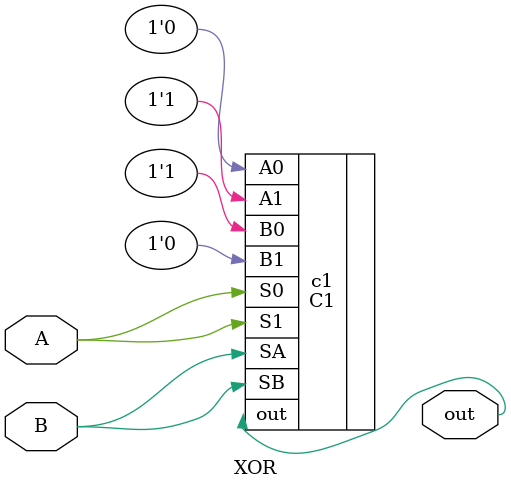
<source format=v>
module XOR (A, B, out);
    input A,B;
    output out;
    C1 c1 (
        .A0(1'b0),
        .A1(1'b1),
        .SA(B),
        .B0(1'b1),
        .B1(1'b0),
        .SB(B),
        .S0(A),
        .S1(A),
        .out(out)
    );
endmodule
</source>
